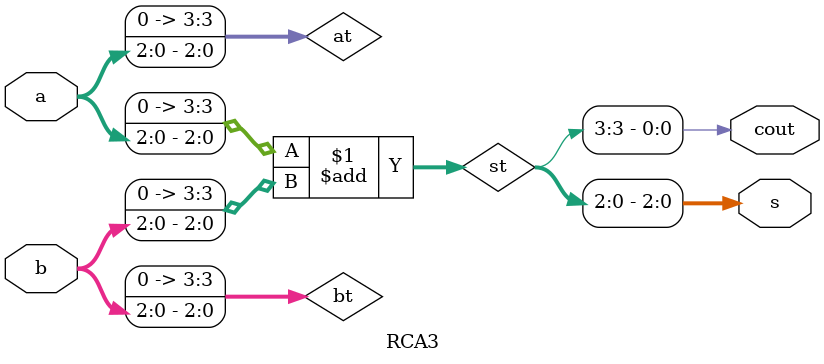
<source format=v>
`timescale 1ns/1ns

module RCA3(a, b, cout, s);

input [2:0] a, b;
output [2:0] s;
output cout;

wire [3:0] at, bt, st;
assign at = {1'b0, a};
assign bt = {1'b0, b};
assign st = at + bt;
assign s = st[2:0];
assign cout = st[3];

endmodule


</source>
